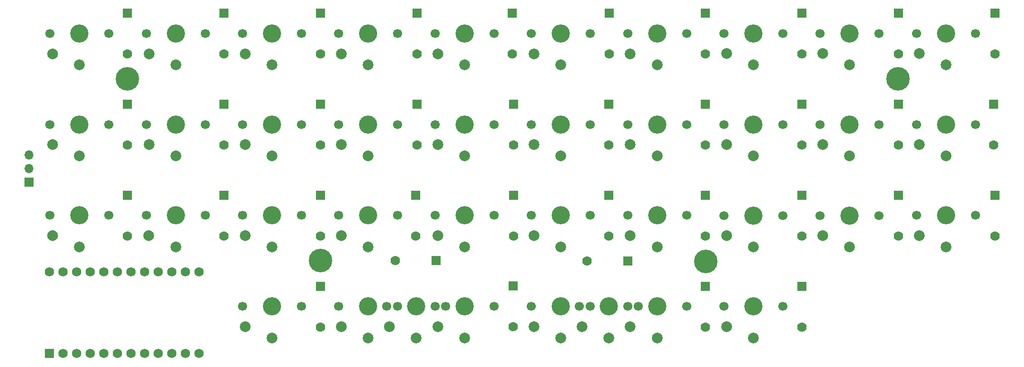
<source format=gbr>
%TF.GenerationSoftware,KiCad,Pcbnew,(5.99.0-9795-gc3c3649211)*%
%TF.CreationDate,2021-06-20T23:13:27-05:00*%
%TF.ProjectId,_autosave-free10u,5f617574-6f73-4617-9665-2d6672656531,rev?*%
%TF.SameCoordinates,Original*%
%TF.FileFunction,Soldermask,Top*%
%TF.FilePolarity,Negative*%
%FSLAX46Y46*%
G04 Gerber Fmt 4.6, Leading zero omitted, Abs format (unit mm)*
G04 Created by KiCad (PCBNEW (5.99.0-9795-gc3c3649211)) date 2021-06-20 23:13:27*
%MOMM*%
%LPD*%
G01*
G04 APERTURE LIST*
%ADD10C,1.700000*%
%ADD11C,3.400000*%
%ADD12C,2.000000*%
%ADD13C,4.400000*%
%ADD14R,1.700000X1.700000*%
%ADD15O,1.700000X1.700000*%
%ADD16R,1.752600X1.752600*%
%ADD17C,1.752600*%
%ADD18R,1.778000X1.778000*%
%ADD19C,1.778000*%
G04 APERTURE END LIST*
D10*
%TO.C,MX20*%
X184390400Y-86055200D03*
D11*
X189890400Y-86055200D03*
D10*
X195390400Y-86055200D03*
D12*
X189890400Y-91955200D03*
X184890400Y-89855200D03*
%TD*%
D11*
%TO.C,MX16*%
X117957600Y-86055200D03*
D10*
X112457600Y-86055200D03*
X123457600Y-86055200D03*
D12*
X117957600Y-91955200D03*
X112957600Y-89855200D03*
%TD*%
D10*
%TO.C,MX29*%
X177407200Y-103073200D03*
X166407200Y-103073200D03*
D11*
X171907200Y-103073200D03*
D12*
X171907200Y-108973200D03*
X166907200Y-106873200D03*
%TD*%
D10*
%TO.C,MX12*%
X40537500Y-86055200D03*
X51537500Y-86055200D03*
D11*
X46037500Y-86055200D03*
D12*
X46037500Y-91955200D03*
X41037500Y-89855200D03*
%TD*%
D10*
%TO.C,MX13*%
X58508000Y-86055200D03*
X69508000Y-86055200D03*
D11*
X64008000Y-86055200D03*
D12*
X64008000Y-91955200D03*
X59008000Y-89855200D03*
%TD*%
D10*
%TO.C,MX19*%
X177407200Y-86055200D03*
D11*
X171907200Y-86055200D03*
D10*
X166407200Y-86055200D03*
D12*
X171907200Y-91955200D03*
X166907200Y-89855200D03*
%TD*%
D13*
%TO.C,REF\u002A\u002A*%
X180898800Y-77571600D03*
%TD*%
D10*
%TO.C,MX21*%
X22541600Y-103022400D03*
X33541600Y-103022400D03*
D11*
X28041600Y-103022400D03*
D12*
X28041600Y-108922400D03*
X23041600Y-106822400D03*
%TD*%
D10*
%TO.C,MX9*%
X166407200Y-69037200D03*
D11*
X171907200Y-69037200D03*
D10*
X177407200Y-69037200D03*
D12*
X171907200Y-74937200D03*
X166907200Y-72837200D03*
%TD*%
D10*
%TO.C,MX35*%
X130440800Y-120040400D03*
X141440800Y-120040400D03*
D11*
X135940800Y-120040400D03*
D12*
X135940800Y-125940400D03*
X130940800Y-123840400D03*
%TD*%
D14*
%TO.C,REF\u002A\u002A*%
X18618200Y-96809800D03*
D15*
X18618200Y-94269800D03*
X18618200Y-91729800D03*
%TD*%
D11*
%TO.C,MX3*%
X64008000Y-69056250D03*
D10*
X58508000Y-69056250D03*
X69508000Y-69056250D03*
D12*
X64008000Y-74956250D03*
X59008000Y-72856250D03*
%TD*%
D10*
%TO.C,MX27*%
X141440800Y-103022400D03*
X130440800Y-103022400D03*
D11*
X135940800Y-103022400D03*
D12*
X135940800Y-108922400D03*
X130940800Y-106822400D03*
%TD*%
D10*
%TO.C,MX34*%
X112457600Y-120040400D03*
X123457600Y-120040400D03*
D11*
X117957600Y-120040400D03*
D12*
X117957600Y-125940400D03*
X112957600Y-123840400D03*
%TD*%
D10*
%TO.C,MX24*%
X87491200Y-103022400D03*
X76491200Y-103022400D03*
D11*
X81991200Y-103022400D03*
D12*
X81991200Y-108922400D03*
X76991200Y-106822400D03*
%TD*%
D10*
%TO.C,MX15*%
X105474400Y-86055200D03*
X94474400Y-86055200D03*
D11*
X99974400Y-86055200D03*
D12*
X99974400Y-91955200D03*
X94974400Y-89855200D03*
%TD*%
D13*
%TO.C,REF\u002A\u002A*%
X37007800Y-77546200D03*
%TD*%
D10*
%TO.C,MX8*%
X148424000Y-69037200D03*
D11*
X153924000Y-69037200D03*
D10*
X159424000Y-69037200D03*
D12*
X153924000Y-74937200D03*
X148924000Y-72837200D03*
%TD*%
D13*
%TO.C,REF\u002A\u002A*%
X145034000Y-111633000D03*
%TD*%
D11*
%TO.C,MX22*%
X46024800Y-103022400D03*
D10*
X40524800Y-103022400D03*
X51524800Y-103022400D03*
D12*
X46024800Y-108922400D03*
X41024800Y-106822400D03*
%TD*%
D16*
%TO.C,U1*%
X22453600Y-128879600D03*
D17*
X24993600Y-128879600D03*
X27533600Y-128879600D03*
X30073600Y-128879600D03*
X32613600Y-128879600D03*
X35153600Y-128879600D03*
X37693600Y-128879600D03*
X40233600Y-128879600D03*
X42773600Y-128879600D03*
X45313600Y-128879600D03*
X47853600Y-128879600D03*
X50393600Y-128879600D03*
X50393600Y-113639600D03*
X47853600Y-113639600D03*
X45313600Y-113639600D03*
X42773600Y-113639600D03*
X40233600Y-113639600D03*
X37693600Y-113639600D03*
X35153600Y-113639600D03*
X32613600Y-113639600D03*
X30073600Y-113639600D03*
X27533600Y-113639600D03*
X24993600Y-113639600D03*
X22453600Y-113639600D03*
%TD*%
D10*
%TO.C,MX1*%
X22541600Y-69056250D03*
X33541600Y-69056250D03*
D11*
X28041600Y-69056250D03*
D12*
X28041600Y-74956250D03*
X23041600Y-72856250D03*
%TD*%
D10*
%TO.C,MX30*%
X184390400Y-103022400D03*
D11*
X189890400Y-103022400D03*
D10*
X195390400Y-103022400D03*
D12*
X189890400Y-108922400D03*
X184890400Y-106822400D03*
%TD*%
D11*
%TO.C,MX33*%
X99974400Y-120040400D03*
D10*
X105474400Y-120040400D03*
X94474400Y-120040400D03*
D12*
X99974400Y-125940400D03*
X94974400Y-123840400D03*
%TD*%
D10*
%TO.C,MX26*%
X123457600Y-103022400D03*
X112457600Y-103022400D03*
D11*
X117957600Y-103022400D03*
D12*
X117957600Y-108922400D03*
X112957600Y-106822400D03*
%TD*%
D10*
%TO.C,MX25*%
X105474400Y-103022400D03*
D11*
X99974400Y-103022400D03*
D10*
X94474400Y-103022400D03*
D12*
X99974400Y-108922400D03*
X94974400Y-106822400D03*
%TD*%
D13*
%TO.C,REF\u002A\u002A*%
X73075800Y-111531400D03*
%TD*%
D11*
%TO.C,MX36*%
X153924000Y-120040400D03*
D10*
X148424000Y-120040400D03*
X159424000Y-120040400D03*
D12*
X153924000Y-125940400D03*
X148924000Y-123840400D03*
%TD*%
D10*
%TO.C,MX28*%
X148424000Y-103073200D03*
X159424000Y-103073200D03*
D11*
X153924000Y-103073200D03*
D12*
X153924000Y-108973200D03*
X148924000Y-106873200D03*
%TD*%
D11*
%TO.C,MX4*%
X81991200Y-69056250D03*
D10*
X87491200Y-69056250D03*
X76491200Y-69056250D03*
D12*
X81991200Y-74956250D03*
X76991200Y-72856250D03*
%TD*%
D10*
%TO.C,MX5*%
X94474400Y-69056250D03*
X105474400Y-69056250D03*
D11*
X99974400Y-69056250D03*
D12*
X99974400Y-74956250D03*
X94974400Y-72856250D03*
%TD*%
D10*
%TO.C,MX32*%
X87491200Y-120040400D03*
X76491200Y-120040400D03*
D11*
X81991200Y-120040400D03*
D12*
X81991200Y-125940400D03*
X76991200Y-123840400D03*
%TD*%
D11*
%TO.C,MX18*%
X153924000Y-86055200D03*
D10*
X148424000Y-86055200D03*
X159424000Y-86055200D03*
D12*
X153924000Y-91955200D03*
X148924000Y-89855200D03*
%TD*%
D10*
%TO.C,MX6*%
X123457600Y-69056250D03*
X112457600Y-69056250D03*
D11*
X117957600Y-69056250D03*
D12*
X117957600Y-74956250D03*
X112957600Y-72856250D03*
%TD*%
D11*
%TO.C,MX31*%
X64008000Y-120040400D03*
D10*
X69508000Y-120040400D03*
X58508000Y-120040400D03*
D12*
X64008000Y-125940400D03*
X59008000Y-123840400D03*
%TD*%
D10*
%TO.C,MX17*%
X141440800Y-86055200D03*
D11*
X135940800Y-86055200D03*
D10*
X130440800Y-86055200D03*
D12*
X135940800Y-91955200D03*
X130940800Y-89855200D03*
%TD*%
D11*
%TO.C,2u*%
X126949200Y-120040400D03*
D10*
X121449200Y-120040400D03*
X132449200Y-120040400D03*
D12*
X126949200Y-125940400D03*
X121949200Y-123840400D03*
%TD*%
D10*
%TO.C,MX2*%
X40537500Y-69056250D03*
D11*
X46037500Y-69056250D03*
D10*
X51537500Y-69056250D03*
D12*
X46037500Y-74956250D03*
X41037500Y-72856250D03*
%TD*%
D11*
%TO.C,MX14*%
X81991200Y-86055200D03*
D10*
X87491200Y-86055200D03*
X76491200Y-86055200D03*
D12*
X81991200Y-91955200D03*
X76991200Y-89855200D03*
%TD*%
D11*
%TO.C,2u*%
X90932000Y-120040400D03*
D10*
X85432000Y-120040400D03*
X96432000Y-120040400D03*
D12*
X90932000Y-125940400D03*
X85932000Y-123840400D03*
%TD*%
D10*
%TO.C,MX11*%
X33541600Y-86055200D03*
X22541600Y-86055200D03*
D11*
X28041600Y-86055200D03*
D12*
X28041600Y-91955200D03*
X23041600Y-89855200D03*
%TD*%
D10*
%TO.C,MX23*%
X69508000Y-103022400D03*
D11*
X64008000Y-103022400D03*
D10*
X58508000Y-103022400D03*
D12*
X64008000Y-108922400D03*
X59008000Y-106822400D03*
%TD*%
D11*
%TO.C,MX7*%
X135940800Y-69056250D03*
D10*
X141440800Y-69056250D03*
X130440800Y-69056250D03*
D12*
X135940800Y-74956250D03*
X130940800Y-72856250D03*
%TD*%
D11*
%TO.C,MX10*%
X189941200Y-69037200D03*
D10*
X195441200Y-69037200D03*
X184441200Y-69037200D03*
D12*
X189941200Y-74937200D03*
X184941200Y-72837200D03*
%TD*%
D18*
%TO.C,D27*%
X144968500Y-99314000D03*
D19*
X144968500Y-106934000D03*
%TD*%
D18*
%TO.C,D17*%
X144968500Y-82296000D03*
D19*
X144968500Y-89916000D03*
%TD*%
D18*
%TO.C,D28*%
X163002500Y-99314000D03*
D19*
X163002500Y-106934000D03*
%TD*%
D18*
%TO.C,D4*%
X91120500Y-65278000D03*
D19*
X91120500Y-72898000D03*
%TD*%
D18*
%TO.C,D6*%
X127000000Y-65278000D03*
D19*
X127000000Y-72898000D03*
%TD*%
D18*
%TO.C,D1*%
X37018500Y-65278000D03*
D19*
X37018500Y-72898000D03*
%TD*%
D18*
%TO.C,D25*%
X109154500Y-99314000D03*
D19*
X109154500Y-106934000D03*
%TD*%
D18*
%TO.C,D11*%
X37018500Y-82296000D03*
D19*
X37018500Y-89916000D03*
%TD*%
D18*
%TO.C,D7*%
X144968500Y-65278000D03*
D19*
X144968500Y-72898000D03*
%TD*%
D18*
%TO.C,D23*%
X73086500Y-99314000D03*
D19*
X73086500Y-106934000D03*
%TD*%
D18*
%TO.C,D14*%
X91120500Y-82296000D03*
D19*
X91120500Y-89916000D03*
%TD*%
D18*
%TO.C,D20*%
X198816500Y-82296000D03*
D19*
X198816500Y-89916000D03*
%TD*%
D18*
%TO.C,D15*%
X109154500Y-82296000D03*
D19*
X109154500Y-89916000D03*
%TD*%
D18*
%TO.C,D36*%
X163002500Y-116332000D03*
D19*
X163002500Y-123952000D03*
%TD*%
D18*
%TO.C,D9*%
X181036500Y-65278000D03*
D19*
X181036500Y-72898000D03*
%TD*%
D18*
%TO.C,D31*%
X73086500Y-116332000D03*
D19*
X73086500Y-123952000D03*
%TD*%
D18*
%TO.C,D24*%
X90866500Y-99314000D03*
D19*
X90866500Y-106934000D03*
%TD*%
D18*
%TO.C,D2*%
X55052500Y-65278000D03*
D19*
X55052500Y-72898000D03*
%TD*%
D18*
%TO.C,D19*%
X181036500Y-82296000D03*
D19*
X181036500Y-89916000D03*
%TD*%
D18*
%TO.C,D26*%
X126934500Y-99314000D03*
D19*
X126934500Y-106934000D03*
%TD*%
D18*
%TO.C,D30*%
X199070500Y-99314000D03*
D19*
X199070500Y-106934000D03*
%TD*%
D18*
%TO.C,D22*%
X55052500Y-99314000D03*
D19*
X55052500Y-106934000D03*
%TD*%
D18*
%TO.C,D5*%
X108900500Y-65278000D03*
D19*
X108900500Y-72898000D03*
%TD*%
D18*
%TO.C,D3*%
X73086500Y-65278000D03*
D19*
X73086500Y-72898000D03*
%TD*%
D18*
%TO.C,D18*%
X163002500Y-82296000D03*
D19*
X163002500Y-89916000D03*
%TD*%
D18*
%TO.C,D35*%
X144968500Y-116332000D03*
D19*
X144968500Y-123952000D03*
%TD*%
D18*
%TO.C,D29*%
X181036500Y-99314000D03*
D19*
X181036500Y-106934000D03*
%TD*%
D18*
%TO.C,D34*%
X130462500Y-111556550D03*
D19*
X122842500Y-111556550D03*
%TD*%
D18*
%TO.C,D8*%
X163002500Y-65278000D03*
D19*
X163002500Y-72898000D03*
%TD*%
D18*
%TO.C,D16*%
X126934500Y-82296000D03*
D19*
X126934500Y-89916000D03*
%TD*%
D18*
%TO.C,D33*%
X109067350Y-116222300D03*
D19*
X109067350Y-123842300D03*
%TD*%
D18*
%TO.C,D32*%
X94699300Y-111505750D03*
D19*
X87079300Y-111505750D03*
%TD*%
D18*
%TO.C,D10*%
X199070500Y-65278000D03*
D19*
X199070500Y-72898000D03*
%TD*%
D18*
%TO.C,D13*%
X73086500Y-82296000D03*
D19*
X73086500Y-89916000D03*
%TD*%
D18*
%TO.C,D21*%
X37018500Y-99314000D03*
D19*
X37018500Y-106934000D03*
%TD*%
D18*
%TO.C,D12*%
X55052500Y-82296000D03*
D19*
X55052500Y-89916000D03*
%TD*%
M02*

</source>
